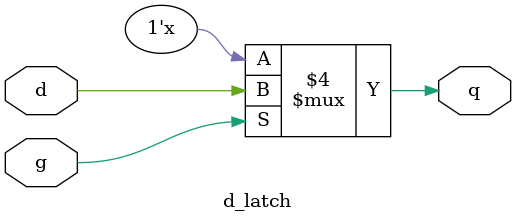
<source format=v>
module d_latch(g, d, q);
	input g, d;
	output reg q;
	
	always@(g or d) begin
		if (g == 1) begin
			q = d;
		end
	end
		
endmodule

</source>
